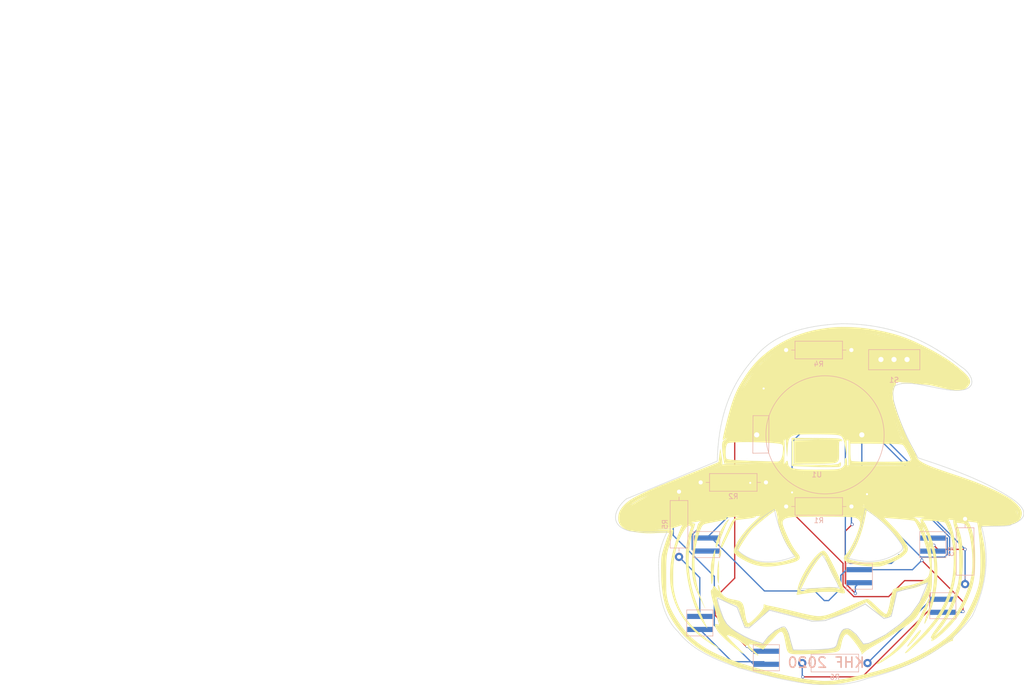
<source format=kicad_pcb>
(kicad_pcb (version 20171130) (host pcbnew "(5.1.6)-1")
  (layers (0 F.Cu signal) (31 B.Cu signal) (34 B.Paste user) (35 F.Paste user) (36 B.SilkS user) (37 F.SilkS user hide) (38 B.Mask user) (39 F.Mask user) (44 Edge.Cuts user))
  (net 0 "")
  (net 1 "Net-(D1-Pad1)")
  (net 2 "Net-(D1-Pad2)")
  (net 3 "Net-(S1-Pad1)")
  (net 4 "Net-(S1-Pad3)")
  (net 5 "Net-(D2-Pad2)")
  (net 6 "Net-(D3-Pad2)")
  (net 7 "Net-(D4-Pad2)")
  (net 8 "Net-(D5-Pad2)")
  (net 9 "Net-(D6-Pad2)")
  (net 10 "Net-(R1-Pad1)")
  (module LOGO (layer F.Cu) (at 0 0)
    (fp_text reference G*** hide)
    (fp_text value LOGO hide)
  )
  (module LOGO (layer F.Cu) (at 0 0)
    (fp_text reference G*** hide)
    (fp_text value LOGO hide)
  )
  (module LOGO (layer F.Cu) (at 163.27 99.04)
    (fp_text reference G*** hide)
    (fp_text value LOGO hide)
  )
  (module KHF_LIB:Micro_Schalter (layer B.Cu) (at 168.58 68.57)
    (fp_text reference S1 (at 2.54 4) (layer B.SilkS) (effects (justify mirror)))
    (fp_text value Micro_Schalter)
    (pad 1 thru_hole circle (at 0 0) (size 2 2) (drill 1) (layers *.Cu *.Mask) (net 3 "Net-(S1-Pad1)"))
    (pad 2 thru_hole circle (at 2.54 0) (size 2 2) (drill 1) (layers *.Cu *.Mask) (net 10 "Net-(R1-Pad1)"))
    (pad 3 thru_hole circle (at 5.08 0) (size 2 2) (drill 1) (layers *.Cu *.Mask) (net 4 "Net-(S1-Pad3)"))
  )
  (module KHF_LIB:BAT_HLD_SW (layer B.Cu) (at 144.41 83.24)
    (fp_text reference U1 (at 11.69 7.75) (layer B.SilkS) (effects (justify mirror)))
    (fp_text value BAT_holder_SW_KHF)
    (pad 1 thru_hole circle (at 0 0) (size 2 2) (drill 1) (layers *.Cu *.Mask) (net 3 "Net-(S1-Pad1)"))
    (pad 2 thru_hole rect (at 20.4516 0) (size 2 2) (drill 1) (layers *.Cu *.Mask) (net 1 "Net-(D1-Pad1)"))
  )
  (module KHF_LIB:SMDLED (layer B.Cu) (at 134.68 103.32 270)
    (fp_text reference D1 hide)
    (fp_text value LED hide)
    (pad 1 smd custom (at 0 0 270) (size 1 5) (layers B.Cu B.Paste B.Mask) (net 1 "Net-(D1-Pad1)") (options (clearance outline) (anchor rect)) (primitives))
    (pad 2 smd custom (at 2.54 0 270) (size 1 5) (layers B.Cu B.Paste B.Mask) (net 2 "Net-(D1-Pad2)") (options (clearance outline) (anchor rect)) (primitives))
  )
  (module KHF_LIB:SMDLED (layer B.Cu) (at 178.67 103.34 270)
    (fp_text reference D2 hide)
    (fp_text value LED hide)
    (pad 2 smd custom (at 2.54 0 270) (size 1 5) (layers B.Cu B.Paste B.Mask) (net 5 "Net-(D2-Pad2)") (options (clearance outline) (anchor rect)) (primitives))
    (pad 1 smd custom (at 0 0 270) (size 1 5) (layers B.Cu B.Paste B.Mask) (net 1 "Net-(D1-Pad1)") (options (clearance outline) (anchor rect)) (primitives))
  )
  (module KHF_LIB:SMDLED (layer B.Cu) (at 164.38 109.49 270)
    (fp_text reference D3 hide)
    (fp_text value LED hide)
    (pad 1 smd custom (at 0 0 270) (size 1 5) (layers B.Cu B.Paste B.Mask) (net 1 "Net-(D1-Pad1)") (options (clearance outline) (anchor rect)) (primitives))
    (pad 2 smd custom (at 2.54 0 270) (size 1 5) (layers B.Cu B.Paste B.Mask) (net 6 "Net-(D3-Pad2)") (options (clearance outline) (anchor rect)) (primitives))
  )
  (module KHF_LIB:SMDLED (layer B.Cu) (at 146.28 127.91 90)
    (fp_text reference D4 hide)
    (fp_text value LED hide)
    (pad 1 smd custom (at 0 0 90) (size 1 5) (layers B.Cu B.Paste B.Mask) (net 1 "Net-(D1-Pad1)") (options (clearance outline) (anchor rect)) (primitives))
    (pad 2 smd custom (at 2.54 0 90) (size 1 5) (layers B.Cu B.Paste B.Mask) (net 7 "Net-(D4-Pad2)") (options (clearance outline) (anchor rect)) (primitives))
  )
  (module KHF_LIB:SMDLED (layer B.Cu) (at 133.34 121.13 90)
    (fp_text reference D5 hide)
    (fp_text value LED hide)
    (pad 2 smd custom (at 2.54 0 90) (size 1 5) (layers B.Cu B.Paste B.Mask) (net 8 "Net-(D5-Pad2)") (options (clearance outline) (anchor rect)) (primitives))
    (pad 1 smd custom (at 0 0 90) (size 1 5) (layers B.Cu B.Paste B.Mask) (net 1 "Net-(D1-Pad1)") (options (clearance outline) (anchor rect)) (primitives))
  )
  (module KHF_LIB:SMDLED (layer B.Cu) (at 180.62 117.79 90)
    (fp_text reference D6 hide)
    (fp_text value LED hide)
    (pad 1 smd custom (at 0 0 90) (size 1 5) (layers B.Cu B.Paste B.Mask) (net 1 "Net-(D1-Pad1)") (options (clearance outline) (anchor rect)) (primitives))
    (pad 2 smd custom (at 2.54 0 90) (size 1 5) (layers B.Cu B.Paste B.Mask) (net 9 "Net-(D6-Pad2)") (options (clearance outline) (anchor rect)) (primitives))
  )
  (module Resistor_THT:R_Axial_DIN0309_L9.0mm_D3.2mm_P12.70mm_Horizontal (layer B.Cu) (at 150.14 97.19)
    (fp_text reference R1 (at 6.35 2.72) (layer B.SilkS) (effects (justify mirror)))
    (fp_text value R)
    (pad 1 thru_hole circle (at 0 0) (size 1.6 1.6) (drill 0.8) (layers *.Cu *.Mask) (net 10 "Net-(R1-Pad1)"))
    (pad 2 thru_hole oval (at 12.7 0) (size 1.6 1.6) (drill 0.8) (layers *.Cu *.Mask) (net 6 "Net-(D3-Pad2)"))
  )
  (module Resistor_THT:R_Axial_DIN0309_L9.0mm_D3.2mm_P12.70mm_Horizontal (layer B.Cu) (at 133.51 92.5)
    (fp_text reference R2 (at 6.35 2.72) (layer B.SilkS) (effects (justify mirror)))
    (fp_text value R)
    (pad 2 thru_hole oval (at 12.7 0) (size 1.6 1.6) (drill 0.8) (layers *.Cu *.Mask) (net 2 "Net-(D1-Pad2)"))
    (pad 1 thru_hole circle (at 0 0) (size 1.6 1.6) (drill 0.8) (layers *.Cu *.Mask) (net 10 "Net-(R1-Pad1)"))
  )
  (module Resistor_THT:R_Axial_DIN0309_L9.0mm_D3.2mm_P12.70mm_Horizontal (layer B.Cu) (at 184.95 99.6 270)
    (fp_text reference R3 (at 6.35 2.72 90) (layer B.SilkS) (effects (justify mirror)))
    (fp_text value R)
    (pad 1 thru_hole circle (at 0 0 270) (size 1.6 1.6) (drill 0.8) (layers *.Cu *.Mask) (net 10 "Net-(R1-Pad1)"))
    (pad 2 thru_hole oval (at 12.7 0 270) (size 1.6 1.6) (drill 0.8) (layers *.Cu *.Mask) (net 5 "Net-(D2-Pad2)"))
  )
  (module Resistor_THT:R_Axial_DIN0309_L9.0mm_D3.2mm_P12.70mm_Horizontal (layer B.Cu) (at 150.13 66.73)
    (fp_text reference R4 (at 6.35 2.72) (layer B.SilkS) (effects (justify mirror)))
    (fp_text value R)
    (pad 2 thru_hole oval (at 12.7 0) (size 1.6 1.6) (drill 0.8) (layers *.Cu *.Mask) (net 7 "Net-(D4-Pad2)"))
    (pad 1 thru_hole circle (at 0 0) (size 1.6 1.6) (drill 0.8) (layers *.Cu *.Mask) (net 10 "Net-(R1-Pad1)"))
  )
  (module Resistor_THT:R_Axial_DIN0309_L9.0mm_D3.2mm_P12.70mm_Horizontal (layer B.Cu) (at 129.3 94.3 270)
    (fp_text reference R5 (at 6.35 2.72 90) (layer B.SilkS) (effects (justify mirror)))
    (fp_text value R)
    (pad 1 thru_hole circle (at 0 0 270) (size 1.6 1.6) (drill 0.8) (layers *.Cu *.Mask) (net 10 "Net-(R1-Pad1)"))
    (pad 2 thru_hole oval (at 12.7 0 270) (size 1.6 1.6) (drill 0.8) (layers *.Cu *.Mask) (net 8 "Net-(D5-Pad2)"))
  )
  (module Resistor_THT:R_Axial_DIN0309_L9.0mm_D3.2mm_P12.70mm_Horizontal (layer B.Cu) (at 153.27 127.67)
    (fp_text reference R6 (at 6.35 2.72) (layer B.SilkS) (effects (justify mirror)))
    (fp_text value R)
    (pad 2 thru_hole oval (at 12.7 0) (size 1.6 1.6) (drill 0.8) (layers *.Cu *.Mask) (net 9 "Net-(D6-Pad2)"))
    (pad 1 thru_hole circle (at 0 0) (size 1.6 1.6) (drill 0.8) (layers *.Cu *.Mask) (net 10 "Net-(R1-Pad1)"))
  )
  (gr_line (start 136.76 115.38) (end 136.85 115.03) (layer Edge.Cuts) (width 0.15))
  (gr_line (start 137.07 116.55) (end 136.76 115.38) (layer Edge.Cuts) (width 0.15))
  (gr_line (start 137.42 117.58) (end 137.07 116.55) (layer Edge.Cuts) (width 0.15))
  (gr_line (start 137.97 119.03) (end 137.42 117.58) (layer Edge.Cuts) (width 0.15))
  (gr_line (start 138.57 120.04) (end 137.97 119.03) (layer Edge.Cuts) (width 0.15))
  (gr_line (start 139.45 120.9) (end 138.57 120.04) (layer Edge.Cuts) (width 0.15))
  (gr_line (start 140.39 121.54) (end 139.45 120.9) (layer Edge.Cuts) (width 0.15))
  (gr_line (start 141.8 122.36) (end 140.39 121.54) (layer Edge.Cuts) (width 0.15))
  (gr_line (start 143.4 123.14) (end 141.8 122.36) (layer Edge.Cuts) (width 0.15))
  (gr_line (start 145.65 123.88) (end 143.4 123.14) (layer Edge.Cuts) (width 0.15))
  (gr_line (start 145.83 123.59) (end 145.65 123.88) (layer Edge.Cuts) (width 0.15))
  (gr_line (start 146.67 122.49) (end 145.83 123.59) (layer Edge.Cuts) (width 0.15))
  (gr_line (start 148.02 121.32) (end 146.67 122.49) (layer Edge.Cuts) (width 0.15))
  (gr_line (start 149.26 120.7) (end 148.02 121.32) (layer Edge.Cuts) (width 0.15))
  (gr_line (start 149.67 120.62) (end 149.26 120.7) (layer Edge.Cuts) (width 0.15))
  (gr_line (start 149.89 120.68) (end 149.67 120.62) (layer Edge.Cuts) (width 0.15))
  (gr_line (start 150.23 121.1) (end 149.89 120.68) (layer Edge.Cuts) (width 0.15))
  (gr_line (start 150.63 121.97) (end 150.23 121.1) (layer Edge.Cuts) (width 0.15))
  (gr_line (start 151.15 123.94) (end 150.63 121.97) (layer Edge.Cuts) (width 0.15))
  (gr_line (start 151.51 125.1) (end 151.15 123.94) (layer Edge.Cuts) (width 0.15))
  (gr_line (start 153.08 125.14) (end 151.51 125.1) (layer Edge.Cuts) (width 0.15))
  (gr_line (start 155.97 125.08) (end 153.08 125.14) (layer Edge.Cuts) (width 0.15))
  (gr_line (start 158.29 124.92) (end 155.97 125.08) (layer Edge.Cuts) (width 0.15))
  (gr_line (start 159.21 124.75) (end 158.29 124.92) (layer Edge.Cuts) (width 0.15))
  (gr_line (start 159.53 124.64) (end 159.21 124.75) (layer Edge.Cuts) (width 0.15))
  (gr_line (start 159.82 124.42) (end 159.53 124.64) (layer Edge.Cuts) (width 0.15))
  (gr_line (start 160 124.09) (end 159.82 124.42) (layer Edge.Cuts) (width 0.15))
  (gr_line (start 160.17 123.42) (end 160 124.09) (layer Edge.Cuts) (width 0.15))
  (gr_line (start 160.57 122.19) (end 160.17 123.42) (layer Edge.Cuts) (width 0.15))
  (gr_line (start 160.97 121.45) (end 160.57 122.19) (layer Edge.Cuts) (width 0.15))
  (gr_line (start 161.31 121.11) (end 160.97 121.45) (layer Edge.Cuts) (width 0.15))
  (gr_line (start 161.73 121) (end 161.31 121.11) (layer Edge.Cuts) (width 0.15))
  (gr_line (start 162.19 120.99) (end 161.73 121) (layer Edge.Cuts) (width 0.15))
  (gr_line (start 162.67 121.2) (end 162.19 120.99) (layer Edge.Cuts) (width 0.15))
  (gr_line (start 163.75 122.08) (end 162.67 121.2) (layer Edge.Cuts) (width 0.15))
  (gr_line (start 165.16 123.95) (end 163.75 122.08) (layer Edge.Cuts) (width 0.15))
  (gr_line (start 166.23 123.82) (end 165.16 123.95) (layer Edge.Cuts) (width 0.15))
  (gr_line (start 169.43 122.19) (end 166.23 123.82) (layer Edge.Cuts) (width 0.15))
  (gr_line (start 172.19 120.18) (end 169.43 122.19) (layer Edge.Cuts) (width 0.15))
  (gr_line (start 174.36 118.24) (end 172.19 120.18) (layer Edge.Cuts) (width 0.15))
  (gr_line (start 176.1 115.79) (end 174.36 118.24) (layer Edge.Cuts) (width 0.15))
  (gr_line (start 177.66 112.05) (end 176.1 115.79) (layer Edge.Cuts) (width 0.15))
  (gr_line (start 171.71 113.82) (end 177.66 112.05) (layer Edge.Cuts) (width 0.15))
  (gr_line (start 170.59 118.55) (end 171.71 113.82) (layer Edge.Cuts) (width 0.15))
  (gr_line (start 169.87 118.82) (end 170.59 118.55) (layer Edge.Cuts) (width 0.15))
  (gr_line (start 169.17 119) (end 169.87 118.82) (layer Edge.Cuts) (width 0.15))
  (gr_line (start 165.53 116.18) (end 169.17 119) (layer Edge.Cuts) (width 0.15))
  (gr_line (start 162.71 117.59) (end 165.53 116.18) (layer Edge.Cuts) (width 0.15))
  (gr_line (start 157.71 119.41) (end 162.71 117.59) (layer Edge.Cuts) (width 0.15))
  (gr_line (start 155.19 119.53) (end 157.71 119.41) (layer Edge.Cuts) (width 0.15))
  (gr_line (start 146.88 117.38) (end 155.19 119.53) (layer Edge.Cuts) (width 0.15))
  (gr_line (start 142.93 120.82) (end 146.88 117.38) (layer Edge.Cuts) (width 0.15))
  (gr_line (start 142.12 120.73) (end 142.93 120.82) (layer Edge.Cuts) (width 0.15))
  (gr_line (start 140.6 116.8) (end 142.12 120.73) (layer Edge.Cuts) (width 0.15))
  (gr_line (start 136.85 115.03) (end 140.6 116.8) (layer Edge.Cuts) (width 0.15))
  (gr_text "KHF 2020" (at 157.92 127.58) (layer B.SilkS) (effects (font (size 2 2) (thickness 0.3)) (justify mirror)))
  (gr_line (start 119.061 95.6996) (end 136.734 88.3495) (layer Edge.Cuts) (width 0.1))
  (gr_line (start 136.734 88.3495) (end 136.787 86.9748) (layer Edge.Cuts) (width 0.1))
  (gr_line (start 136.787 86.9748) (end 136.879 85.6075) (layer Edge.Cuts) (width 0.1))
  (gr_line (start 136.879 85.6075) (end 137.015 84.2487) (layer Edge.Cuts) (width 0.1))
  (gr_line (start 137.015 84.2487) (end 137.199 82.8996) (layer Edge.Cuts) (width 0.1))
  (gr_line (start 137.199 82.8996) (end 137.432 81.5611) (layer Edge.Cuts) (width 0.1))
  (gr_line (start 137.432 81.5611) (end 137.72 80.2344) (layer Edge.Cuts) (width 0.1))
  (gr_line (start 137.72 80.2344) (end 137.885 79.5758) (layer Edge.Cuts) (width 0.1))
  (gr_line (start 137.885 79.5758) (end 138.065 78.9206) (layer Edge.Cuts) (width 0.1))
  (gr_line (start 138.065 78.9206) (end 138.26 78.2688) (layer Edge.Cuts) (width 0.1))
  (gr_line (start 138.26 78.2688) (end 138.47 77.6207) (layer Edge.Cuts) (width 0.1))
  (gr_line (start 138.47 77.6207) (end 138.697 76.9764) (layer Edge.Cuts) (width 0.1))
  (gr_line (start 138.697 76.9764) (end 138.94 76.336) (layer Edge.Cuts) (width 0.1))
  (gr_line (start 138.94 76.336) (end 139.2 75.6996) (layer Edge.Cuts) (width 0.1))
  (gr_line (start 139.2 75.6996) (end 139.478 75.0674) (layer Edge.Cuts) (width 0.1))
  (gr_line (start 139.478 75.0674) (end 139.773 74.4395) (layer Edge.Cuts) (width 0.1))
  (gr_line (start 139.773 74.4395) (end 140.087 73.816) (layer Edge.Cuts) (width 0.1))
  (gr_line (start 140.087 73.816) (end 140.419 73.1972) (layer Edge.Cuts) (width 0.1))
  (gr_line (start 140.419 73.1972) (end 140.77 72.5831) (layer Edge.Cuts) (width 0.1))
  (gr_line (start 140.77 72.5831) (end 141.141 71.9738) (layer Edge.Cuts) (width 0.1))
  (gr_line (start 141.141 71.9738) (end 141.532 71.3695) (layer Edge.Cuts) (width 0.1))
  (gr_line (start 141.532 71.3695) (end 141.943 70.7704) (layer Edge.Cuts) (width 0.1))
  (gr_line (start 141.943 70.7704) (end 142.375 70.1765) (layer Edge.Cuts) (width 0.1))
  (gr_line (start 142.375 70.1765) (end 142.828 69.5881) (layer Edge.Cuts) (width 0.1))
  (gr_line (start 142.828 69.5881) (end 143.303 69.0052) (layer Edge.Cuts) (width 0.1))
  (gr_line (start 143.303 69.0052) (end 143.8 68.428) (layer Edge.Cuts) (width 0.1))
  (gr_line (start 143.8 68.428) (end 144.319 67.8566) (layer Edge.Cuts) (width 0.1))
  (gr_line (start 144.319 67.8566) (end 144.635 67.4934) (layer Edge.Cuts) (width 0.1))
  (gr_line (start 144.635 67.4934) (end 144.965 67.1417) (layer Edge.Cuts) (width 0.1))
  (gr_line (start 144.965 67.1417) (end 145.306 66.8014) (layer Edge.Cuts) (width 0.1))
  (gr_line (start 145.306 66.8014) (end 145.661 66.4723) (layer Edge.Cuts) (width 0.1))
  (gr_line (start 145.661 66.4723) (end 146.028 66.1545) (layer Edge.Cuts) (width 0.1))
  (gr_line (start 146.028 66.1545) (end 146.408 65.8479) (layer Edge.Cuts) (width 0.1))
  (gr_line (start 146.408 65.8479) (end 146.8 65.5523) (layer Edge.Cuts) (width 0.1))
  (gr_line (start 146.8 65.5523) (end 147.206 65.2678) (layer Edge.Cuts) (width 0.1))
  (gr_line (start 147.206 65.2678) (end 147.625 64.9943) (layer Edge.Cuts) (width 0.1))
  (gr_line (start 147.625 64.9943) (end 148.057 64.7317) (layer Edge.Cuts) (width 0.1))
  (gr_line (start 148.057 64.7317) (end 148.502 64.48) (layer Edge.Cuts) (width 0.1))
  (gr_line (start 148.502 64.48) (end 148.96 64.239) (layer Edge.Cuts) (width 0.1))
  (gr_line (start 148.96 64.239) (end 149.431 64.0089) (layer Edge.Cuts) (width 0.1))
  (gr_line (start 149.431 64.0089) (end 149.916 63.7894) (layer Edge.Cuts) (width 0.1))
  (gr_line (start 149.916 63.7894) (end 150.925 63.3821) (layer Edge.Cuts) (width 0.1))
  (gr_line (start 150.925 63.3821) (end 151.989 63.0169) (layer Edge.Cuts) (width 0.1))
  (gr_line (start 151.989 63.0169) (end 153.107 62.6932) (layer Edge.Cuts) (width 0.1))
  (gr_line (start 153.107 62.6932) (end 154.28 62.4105) (layer Edge.Cuts) (width 0.1))
  (gr_line (start 154.28 62.4105) (end 155.508 62.1684) (layer Edge.Cuts) (width 0.1))
  (gr_line (start 155.508 62.1684) (end 156.793 61.9662) (layer Edge.Cuts) (width 0.1))
  (gr_line (start 156.793 61.9662) (end 158.134 61.8037) (layer Edge.Cuts) (width 0.1))
  (gr_line (start 158.134 61.8037) (end 159.532 61.6802) (layer Edge.Cuts) (width 0.1))
  (gr_line (start 159.532 61.6802) (end 160.987 61.5952) (layer Edge.Cuts) (width 0.1))
  (gr_line (start 160.987 61.5952) (end 161.985 61.6126) (layer Edge.Cuts) (width 0.1))
  (gr_line (start 161.985 61.6126) (end 162.96 61.6512) (layer Edge.Cuts) (width 0.1))
  (gr_line (start 162.96 61.6512) (end 163.911 61.7106) (layer Edge.Cuts) (width 0.1))
  (gr_line (start 163.911 61.7106) (end 164.841 61.7902) (layer Edge.Cuts) (width 0.1))
  (gr_line (start 164.841 61.7902) (end 165.748 61.8893) (layer Edge.Cuts) (width 0.1))
  (gr_line (start 165.748 61.8893) (end 166.635 62.0076) (layer Edge.Cuts) (width 0.1))
  (gr_line (start 166.635 62.0076) (end 167.501 62.1443) (layer Edge.Cuts) (width 0.1))
  (gr_line (start 167.501 62.1443) (end 168.348 62.299) (layer Edge.Cuts) (width 0.1))
  (gr_line (start 168.348 62.299) (end 169.174 62.4711) (layer Edge.Cuts) (width 0.1))
  (gr_line (start 169.174 62.4711) (end 169.982 62.66) (layer Edge.Cuts) (width 0.1))
  (gr_line (start 169.982 62.66) (end 170.772 62.8653) (layer Edge.Cuts) (width 0.1))
  (gr_line (start 170.772 62.8653) (end 171.544 63.0862) (layer Edge.Cuts) (width 0.1))
  (gr_line (start 171.544 63.0862) (end 172.299 63.3223) (layer Edge.Cuts) (width 0.1))
  (gr_line (start 172.299 63.3223) (end 173.038 63.5731) (layer Edge.Cuts) (width 0.1))
  (gr_line (start 173.038 63.5731) (end 173.76 63.8378) (layer Edge.Cuts) (width 0.1))
  (gr_line (start 173.76 63.8378) (end 174.468 64.1161) (layer Edge.Cuts) (width 0.1))
  (gr_line (start 174.468 64.1161) (end 175.16 64.4074) (layer Edge.Cuts) (width 0.1))
  (gr_line (start 175.16 64.4074) (end 175.838 64.711) (layer Edge.Cuts) (width 0.1))
  (gr_line (start 175.838 64.711) (end 176.503 65.0265) (layer Edge.Cuts) (width 0.1))
  (gr_line (start 176.503 65.0265) (end 177.154 65.3533) (layer Edge.Cuts) (width 0.1))
  (gr_line (start 177.154 65.3533) (end 178.42 66.0384) (layer Edge.Cuts) (width 0.1))
  (gr_line (start 178.42 66.0384) (end 179.641 66.7619) (layer Edge.Cuts) (width 0.1))
  (gr_line (start 179.641 66.7619) (end 180.82 67.5195) (layer Edge.Cuts) (width 0.1))
  (gr_line (start 180.82 67.5195) (end 181.964 68.3066) (layer Edge.Cuts) (width 0.1))
  (gr_line (start 181.964 68.3066) (end 183.075 69.1188) (layer Edge.Cuts) (width 0.1))
  (gr_line (start 183.075 69.1188) (end 184.16 69.9516) (layer Edge.Cuts) (width 0.1))
  (gr_line (start 184.16 69.9516) (end 184.58 70.2397) (layer Edge.Cuts) (width 0.1))
  (gr_line (start 184.58 70.2397) (end 184.972 70.5661) (layer Edge.Cuts) (width 0.1))
  (gr_line (start 184.972 70.5661) (end 185.328 70.9227) (layer Edge.Cuts) (width 0.1))
  (gr_line (start 185.328 70.9227) (end 185.639 71.3013) (layer Edge.Cuts) (width 0.1))
  (gr_line (start 185.639 71.3013) (end 185.897 71.6938) (layer Edge.Cuts) (width 0.1))
  (gr_line (start 185.897 71.6938) (end 186.095 72.092) (layer Edge.Cuts) (width 0.1))
  (gr_line (start 186.095 72.092) (end 186.168 72.2906) (layer Edge.Cuts) (width 0.1))
  (gr_line (start 186.168 72.2906) (end 186.223 72.4876) (layer Edge.Cuts) (width 0.1))
  (gr_line (start 186.223 72.4876) (end 186.259 72.682) (layer Edge.Cuts) (width 0.1))
  (gr_line (start 186.259 72.682) (end 186.274 72.8726) (layer Edge.Cuts) (width 0.1))
  (gr_line (start 186.274 72.8726) (end 186.268 73.0586) (layer Edge.Cuts) (width 0.1))
  (gr_line (start 186.268 73.0586) (end 186.239 73.2388) (layer Edge.Cuts) (width 0.1))
  (gr_line (start 186.239 73.2388) (end 186.187 73.4122) (layer Edge.Cuts) (width 0.1))
  (gr_line (start 186.187 73.4122) (end 186.11 73.5779) (layer Edge.Cuts) (width 0.1))
  (gr_line (start 186.11 73.5779) (end 186.008 73.7348) (layer Edge.Cuts) (width 0.1))
  (gr_line (start 186.008 73.7348) (end 185.879 73.8818) (layer Edge.Cuts) (width 0.1))
  (gr_line (start 185.879 73.8818) (end 185.723 74.018) (layer Edge.Cuts) (width 0.1))
  (gr_line (start 185.723 74.018) (end 185.538 74.1424) (layer Edge.Cuts) (width 0.1))
  (gr_line (start 185.538 74.1424) (end 185.323 74.2539) (layer Edge.Cuts) (width 0.1))
  (gr_line (start 185.323 74.2539) (end 185.078 74.3514) (layer Edge.Cuts) (width 0.1))
  (gr_line (start 185.078 74.3514) (end 184.801 74.4341) (layer Edge.Cuts) (width 0.1))
  (gr_line (start 184.801 74.4341) (end 184.492 74.5007) (layer Edge.Cuts) (width 0.1))
  (gr_line (start 184.492 74.5007) (end 184.148 74.5504) (layer Edge.Cuts) (width 0.1))
  (gr_line (start 184.148 74.5504) (end 183.77 74.5822) (layer Edge.Cuts) (width 0.1))
  (gr_line (start 183.77 74.5822) (end 183.356 74.5949) (layer Edge.Cuts) (width 0.1))
  (gr_line (start 183.356 74.5949) (end 182.905 74.5875) (layer Edge.Cuts) (width 0.1))
  (gr_line (start 182.905 74.5875) (end 182.165 74.5392) (layer Edge.Cuts) (width 0.1))
  (gr_line (start 182.165 74.5392) (end 181.399 74.4488) (layer Edge.Cuts) (width 0.1))
  (gr_line (start 181.399 74.4488) (end 180.612 74.3255) (layer Edge.Cuts) (width 0.1))
  (gr_line (start 180.612 74.3255) (end 179.809 74.178) (layer Edge.Cuts) (width 0.1))
  (gr_line (start 179.809 74.178) (end 178.185 73.8461) (layer Edge.Cuts) (width 0.1))
  (gr_line (start 178.185 73.8461) (end 176.574 73.5245) (layer Edge.Cuts) (width 0.1))
  (gr_line (start 176.574 73.5245) (end 175.788 73.3898) (layer Edge.Cuts) (width 0.1))
  (gr_line (start 175.788 73.3898) (end 175.024 73.2843) (layer Edge.Cuts) (width 0.1))
  (gr_line (start 175.024 73.2843) (end 174.286 73.2171) (layer Edge.Cuts) (width 0.1))
  (gr_line (start 174.286 73.2171) (end 173.582 73.1968) (layer Edge.Cuts) (width 0.1))
  (gr_line (start 173.582 73.1968) (end 173.245 73.2072) (layer Edge.Cuts) (width 0.1))
  (gr_line (start 173.245 73.2072) (end 172.918 73.2326) (layer Edge.Cuts) (width 0.1))
  (gr_line (start 172.918 73.2326) (end 172.602 73.2743) (layer Edge.Cuts) (width 0.1))
  (gr_line (start 172.602 73.2743) (end 172.299 73.3333) (layer Edge.Cuts) (width 0.1))
  (gr_line (start 172.299 73.3333) (end 172.008 73.4107) (layer Edge.Cuts) (width 0.1))
  (gr_line (start 172.008 73.4107) (end 171.731 73.5077) (layer Edge.Cuts) (width 0.1))
  (gr_line (start 171.731 73.5077) (end 171.468 73.6254) (layer Edge.Cuts) (width 0.1))
  (gr_line (start 171.468 73.6254) (end 171.22 73.7648) (layer Edge.Cuts) (width 0.1))
  (gr_line (start 171.22 73.7648) (end 171.117 73.9606) (layer Edge.Cuts) (width 0.1))
  (gr_line (start 171.117 73.9606) (end 171.037 74.1477) (layer Edge.Cuts) (width 0.1))
  (gr_line (start 171.037 74.1477) (end 170.976 74.3269) (layer Edge.Cuts) (width 0.1))
  (gr_line (start 170.976 74.3269) (end 170.932 74.499) (layer Edge.Cuts) (width 0.1))
  (gr_line (start 170.932 74.499) (end 170.889 74.8258) (layer Edge.Cuts) (width 0.1))
  (gr_line (start 170.889 74.8258) (end 170.89 75.135) (layer Edge.Cuts) (width 0.1))
  (gr_line (start 170.89 75.135) (end 170.917 75.4336) (layer Edge.Cuts) (width 0.1))
  (gr_line (start 170.917 75.4336) (end 170.954 75.7285) (layer Edge.Cuts) (width 0.1))
  (gr_line (start 170.954 75.7285) (end 170.983 76.0266) (layer Edge.Cuts) (width 0.1))
  (gr_line (start 170.983 76.0266) (end 170.985 76.3351) (layer Edge.Cuts) (width 0.1))
  (gr_line (start 170.985 76.3351) (end 171.168 77.0353) (layer Edge.Cuts) (width 0.1))
  (gr_line (start 171.168 77.0353) (end 171.369 77.7373) (layer Edge.Cuts) (width 0.1))
  (gr_line (start 171.369 77.7373) (end 171.587 78.4411) (layer Edge.Cuts) (width 0.1))
  (gr_line (start 171.587 78.4411) (end 171.823 79.1466) (layer Edge.Cuts) (width 0.1))
  (gr_line (start 171.823 79.1466) (end 172.344 80.5626) (layer Edge.Cuts) (width 0.1))
  (gr_line (start 172.344 80.5626) (end 172.929 81.985) (layer Edge.Cuts) (width 0.1))
  (gr_line (start 172.929 81.985) (end 173.574 83.4133) (layer Edge.Cuts) (width 0.1))
  (gr_line (start 173.574 83.4133) (end 174.275 84.8473) (layer Edge.Cuts) (width 0.1))
  (gr_line (start 174.275 84.8473) (end 175.028 86.2866) (layer Edge.Cuts) (width 0.1))
  (gr_line (start 175.028 86.2866) (end 175.831 87.7308) (layer Edge.Cuts) (width 0.1))
  (gr_line (start 175.831 87.7308) (end 178.327 88.5561) (layer Edge.Cuts) (width 0.1))
  (gr_line (start 178.327 88.5561) (end 180.782 89.4098) (layer Edge.Cuts) (width 0.1))
  (gr_line (start 180.782 89.4098) (end 181.99 89.8499) (layer Edge.Cuts) (width 0.1))
  (gr_line (start 181.99 89.8499) (end 183.184 90.3002) (layer Edge.Cuts) (width 0.1))
  (gr_line (start 183.184 90.3002) (end 184.361 90.7618) (layer Edge.Cuts) (width 0.1))
  (gr_line (start 184.361 90.7618) (end 185.521 91.2358) (layer Edge.Cuts) (width 0.1))
  (gr_line (start 185.521 91.2358) (end 186.661 91.7231) (layer Edge.Cuts) (width 0.1))
  (gr_line (start 186.661 91.7231) (end 187.78 92.2249) (layer Edge.Cuts) (width 0.1))
  (gr_line (start 187.78 92.2249) (end 188.877 92.7421) (layer Edge.Cuts) (width 0.1))
  (gr_line (start 188.877 92.7421) (end 189.95 93.2758) (layer Edge.Cuts) (width 0.1))
  (gr_line (start 189.95 93.2758) (end 190.998 93.8271) (layer Edge.Cuts) (width 0.1))
  (gr_line (start 190.998 93.8271) (end 192.019 94.397) (layer Edge.Cuts) (width 0.1))
  (gr_line (start 192.019 94.397) (end 193.011 94.9865) (layer Edge.Cuts) (width 0.1))
  (gr_line (start 193.011 94.9865) (end 193.974 95.5968) (layer Edge.Cuts) (width 0.1))
  (gr_line (start 193.974 95.5968) (end 194.598 96.0442) (layer Edge.Cuts) (width 0.1))
  (gr_line (start 194.598 96.0442) (end 195.121 96.4755) (layer Edge.Cuts) (width 0.1))
  (gr_line (start 195.121 96.4755) (end 195.549 96.8904) (layer Edge.Cuts) (width 0.1))
  (gr_line (start 195.549 96.8904) (end 195.883 97.2886) (layer Edge.Cuts) (width 0.1))
  (gr_line (start 195.883 97.2886) (end 196.017 97.4814) (layer Edge.Cuts) (width 0.1))
  (gr_line (start 196.017 97.4814) (end 196.129 97.67) (layer Edge.Cuts) (width 0.1))
  (gr_line (start 196.129 97.67) (end 196.219 97.8542) (layer Edge.Cuts) (width 0.1))
  (gr_line (start 196.219 97.8542) (end 196.288 98.0341) (layer Edge.Cuts) (width 0.1))
  (gr_line (start 196.288 98.0341) (end 196.337 98.2097) (layer Edge.Cuts) (width 0.1))
  (gr_line (start 196.337 98.2097) (end 196.366 98.3808) (layer Edge.Cuts) (width 0.1))
  (gr_line (start 196.366 98.3808) (end 196.375 98.5476) (layer Edge.Cuts) (width 0.1))
  (gr_line (start 196.375 98.5476) (end 196.365 98.7099) (layer Edge.Cuts) (width 0.1))
  (gr_line (start 196.365 98.7099) (end 196.337 98.8677) (layer Edge.Cuts) (width 0.1))
  (gr_line (start 196.337 98.8677) (end 196.29 99.021) (layer Edge.Cuts) (width 0.1))
  (gr_line (start 196.29 99.021) (end 196.225 99.1697) (layer Edge.Cuts) (width 0.1))
  (gr_line (start 196.225 99.1697) (end 196.143 99.3139) (layer Edge.Cuts) (width 0.1))
  (gr_line (start 196.143 99.3139) (end 196.045 99.4535) (layer Edge.Cuts) (width 0.1))
  (gr_line (start 196.045 99.4535) (end 195.929 99.5884) (layer Edge.Cuts) (width 0.1))
  (gr_line (start 195.929 99.5884) (end 195.652 99.8442) (layer Edge.Cuts) (width 0.1))
  (gr_line (start 195.652 99.8442) (end 195.313 100.081) (layer Edge.Cuts) (width 0.1))
  (gr_line (start 195.313 100.081) (end 194.919 100.2985) (layer Edge.Cuts) (width 0.1))
  (gr_line (start 194.919 100.2985) (end 194.471 100.4966) (layer Edge.Cuts) (width 0.1))
  (gr_line (start 194.471 100.4966) (end 193.974 100.675) (layer Edge.Cuts) (width 0.1))
  (gr_line (start 193.974 100.675) (end 193.945 100.7195) (layer Edge.Cuts) (width 0.1))
  (gr_line (start 193.945 100.7195) (end 193.897 100.7602) (layer Edge.Cuts) (width 0.1))
  (gr_line (start 193.897 100.7602) (end 193.746 100.8309) (layer Edge.Cuts) (width 0.1))
  (gr_line (start 193.746 100.8309) (end 193.531 100.8885) (layer Edge.Cuts) (width 0.1))
  (gr_line (start 193.531 100.8885) (end 193.257 100.9342) (layer Edge.Cuts) (width 0.1))
  (gr_line (start 193.257 100.9342) (end 192.564 100.9956) (layer Edge.Cuts) (width 0.1))
  (gr_line (start 192.564 100.9956) (end 191.727 101.0259) (layer Edge.Cuts) (width 0.1))
  (gr_line (start 191.727 101.0259) (end 189.862 101.0364) (layer Edge.Cuts) (width 0.1))
  (gr_line (start 189.862 101.0364) (end 188.952 101.0383) (layer Edge.Cuts) (width 0.1))
  (gr_line (start 188.952 101.0383) (end 188.138 101.0523) (layer Edge.Cuts) (width 0.1))
  (gr_line (start 188.138 101.0523) (end 188.426 102.1283) (layer Edge.Cuts) (width 0.1))
  (gr_line (start 188.426 102.1283) (end 188.661 103.2058) (layer Edge.Cuts) (width 0.1))
  (gr_line (start 188.661 103.2058) (end 188.841 104.285) (layer Edge.Cuts) (width 0.1))
  (gr_line (start 188.841 104.285) (end 188.968 105.3656) (layer Edge.Cuts) (width 0.1))
  (gr_line (start 188.968 105.3656) (end 189.04 106.448) (layer Edge.Cuts) (width 0.1))
  (gr_line (start 189.04 106.448) (end 189.06 107.532) (layer Edge.Cuts) (width 0.1))
  (gr_line (start 189.06 107.532) (end 189.026 108.617) (layer Edge.Cuts) (width 0.1))
  (gr_line (start 189.026 108.617) (end 188.94 109.704) (layer Edge.Cuts) (width 0.1))
  (gr_line (start 188.94 109.704) (end 188.801 110.792) (layer Edge.Cuts) (width 0.1))
  (gr_line (start 188.801 110.792) (end 188.61 111.881) (layer Edge.Cuts) (width 0.1))
  (gr_line (start 188.61 111.881) (end 188.367 112.973) (layer Edge.Cuts) (width 0.1))
  (gr_line (start 188.367 112.973) (end 188.072 114.065) (layer Edge.Cuts) (width 0.1))
  (gr_line (start 188.072 114.065) (end 187.726 115.16) (layer Edge.Cuts) (width 0.1))
  (gr_line (start 187.726 115.16) (end 187.329 116.255) (layer Edge.Cuts) (width 0.1))
  (gr_line (start 187.329 116.255) (end 186.881 117.352) (layer Edge.Cuts) (width 0.1))
  (gr_line (start 186.881 117.352) (end 186.382 118.451) (layer Edge.Cuts) (width 0.1))
  (gr_line (start 186.382 118.451) (end 185.986 119.004) (layer Edge.Cuts) (width 0.1))
  (gr_line (start 185.986 119.004) (end 185.574 119.544) (layer Edge.Cuts) (width 0.1))
  (gr_line (start 185.574 119.544) (end 185.147 120.071) (layer Edge.Cuts) (width 0.1))
  (gr_line (start 185.147 120.071) (end 184.704 120.587) (layer Edge.Cuts) (width 0.1))
  (gr_line (start 184.704 120.587) (end 184.246 121.089) (layer Edge.Cuts) (width 0.1))
  (gr_line (start 184.246 121.089) (end 183.772 121.58) (layer Edge.Cuts) (width 0.1))
  (gr_line (start 183.772 121.58) (end 183.283 122.059) (layer Edge.Cuts) (width 0.1))
  (gr_line (start 183.283 122.059) (end 182.778 122.526) (layer Edge.Cuts) (width 0.1))
  (gr_line (start 182.778 122.526) (end 182.258 122.982) (layer Edge.Cuts) (width 0.1))
  (gr_line (start 182.258 122.982) (end 181.722 123.426) (layer Edge.Cuts) (width 0.1))
  (gr_line (start 181.722 123.426) (end 181.171 123.859) (layer Edge.Cuts) (width 0.1))
  (gr_line (start 181.171 123.859) (end 180.604 124.281) (layer Edge.Cuts) (width 0.1))
  (gr_line (start 180.604 124.281) (end 180.021 124.692) (layer Edge.Cuts) (width 0.1))
  (gr_line (start 180.021 124.692) (end 179.423 125.092) (layer Edge.Cuts) (width 0.1))
  (gr_line (start 179.423 125.092) (end 178.81 125.482) (layer Edge.Cuts) (width 0.1))
  (gr_line (start 178.81 125.482) (end 178.181 125.861) (layer Edge.Cuts) (width 0.1))
  (gr_line (start 178.181 125.861) (end 177.536 126.23) (layer Edge.Cuts) (width 0.1))
  (gr_line (start 177.536 126.23) (end 176.876 126.589) (layer Edge.Cuts) (width 0.1))
  (gr_line (start 176.876 126.589) (end 176.2 126.938) (layer Edge.Cuts) (width 0.1))
  (gr_line (start 176.2 126.938) (end 175.509 127.277) (layer Edge.Cuts) (width 0.1))
  (gr_line (start 175.509 127.277) (end 174.802 127.607) (layer Edge.Cuts) (width 0.1))
  (gr_line (start 174.802 127.607) (end 174.08 127.927) (layer Edge.Cuts) (width 0.1))
  (gr_line (start 174.08 127.927) (end 172.588 128.54) (layer Edge.Cuts) (width 0.1))
  (gr_line (start 172.588 128.54) (end 171.035 129.117) (layer Edge.Cuts) (width 0.1))
  (gr_line (start 171.035 129.117) (end 169.419 129.66) (layer Edge.Cuts) (width 0.1))
  (gr_line (start 169.419 129.66) (end 167.741 130.17) (layer Edge.Cuts) (width 0.1))
  (gr_line (start 167.741 130.17) (end 166 130.648) (layer Edge.Cuts) (width 0.1))
  (gr_line (start 166 130.648) (end 165.344 130.875) (layer Edge.Cuts) (width 0.1))
  (gr_line (start 165.344 130.875) (end 164.685 131.077) (layer Edge.Cuts) (width 0.1))
  (gr_line (start 164.685 131.077) (end 164.025 131.256) (layer Edge.Cuts) (width 0.1))
  (gr_line (start 164.025 131.256) (end 163.362 131.412) (layer Edge.Cuts) (width 0.1))
  (gr_line (start 163.362 131.412) (end 162.697 131.546) (layer Edge.Cuts) (width 0.1))
  (gr_line (start 162.697 131.546) (end 162.03 131.658) (layer Edge.Cuts) (width 0.1))
  (gr_line (start 162.03 131.658) (end 161.361 131.75) (layer Edge.Cuts) (width 0.1))
  (gr_line (start 161.361 131.75) (end 160.691 131.822) (layer Edge.Cuts) (width 0.1))
  (gr_line (start 160.691 131.822) (end 160.018 131.875) (layer Edge.Cuts) (width 0.1))
  (gr_line (start 160.018 131.875) (end 159.345 131.91) (layer Edge.Cuts) (width 0.1))
  (gr_line (start 159.345 131.91) (end 158.67 131.927) (layer Edge.Cuts) (width 0.1))
  (gr_line (start 158.67 131.927) (end 157.994 131.927) (layer Edge.Cuts) (width 0.1))
  (gr_line (start 157.994 131.927) (end 157.316 131.911) (layer Edge.Cuts) (width 0.1))
  (gr_line (start 157.316 131.911) (end 156.638 131.88) (layer Edge.Cuts) (width 0.1))
  (gr_line (start 156.638 131.88) (end 155.278 131.776) (layer Edge.Cuts) (width 0.1))
  (gr_line (start 155.278 131.776) (end 153.915 131.619) (layer Edge.Cuts) (width 0.1))
  (gr_line (start 153.915 131.619) (end 152.551 131.418) (layer Edge.Cuts) (width 0.1))
  (gr_line (start 152.551 131.418) (end 151.185 131.177) (layer Edge.Cuts) (width 0.1))
  (gr_line (start 151.185 131.177) (end 149.818 130.903) (layer Edge.Cuts) (width 0.1))
  (gr_line (start 149.818 130.903) (end 148.453 130.602) (layer Edge.Cuts) (width 0.1))
  (gr_line (start 148.453 130.602) (end 147.088 130.28) (layer Edge.Cuts) (width 0.1))
  (gr_line (start 147.088 130.28) (end 144.367 129.598) (layer Edge.Cuts) (width 0.1))
  (gr_line (start 144.367 129.598) (end 142.651 129.112) (layer Edge.Cuts) (width 0.1))
  (gr_line (start 142.651 129.112) (end 141.069 128.623) (layer Edge.Cuts) (width 0.1))
  (gr_line (start 141.069 128.623) (end 139.613 128.132) (layer Edge.Cuts) (width 0.1))
  (gr_line (start 139.613 128.132) (end 138.277 127.639) (layer Edge.Cuts) (width 0.1))
  (gr_line (start 138.277 127.639) (end 137.054 127.145) (layer Edge.Cuts) (width 0.1))
  (gr_line (start 137.054 127.145) (end 135.938 126.648) (layer Edge.Cuts) (width 0.1))
  (gr_line (start 135.938 126.648) (end 134.921 126.149) (layer Edge.Cuts) (width 0.1))
  (gr_line (start 134.921 126.149) (end 133.996 125.649) (layer Edge.Cuts) (width 0.1))
  (gr_line (start 133.996 125.649) (end 133.158 125.148) (layer Edge.Cuts) (width 0.1))
  (gr_line (start 133.158 125.148) (end 132.4 124.645) (layer Edge.Cuts) (width 0.1))
  (gr_line (start 132.4 124.645) (end 131.714 124.141) (layer Edge.Cuts) (width 0.1))
  (gr_line (start 131.714 124.141) (end 131.095 123.636) (layer Edge.Cuts) (width 0.1))
  (gr_line (start 131.095 123.636) (end 130.534 123.129) (layer Edge.Cuts) (width 0.1))
  (gr_line (start 130.534 123.129) (end 130.027 122.622) (layer Edge.Cuts) (width 0.1))
  (gr_line (start 130.027 122.622) (end 129.565 122.114) (layer Edge.Cuts) (width 0.1))
  (gr_line (start 129.565 122.114) (end 129.142 121.605) (layer Edge.Cuts) (width 0.1))
  (gr_line (start 129.142 121.605) (end 128.686 121.138) (layer Edge.Cuts) (width 0.1))
  (gr_line (start 128.686 121.138) (end 128.258 120.635) (layer Edge.Cuts) (width 0.1))
  (gr_line (start 128.258 120.635) (end 127.858 120.096) (layer Edge.Cuts) (width 0.1))
  (gr_line (start 127.858 120.096) (end 127.487 119.522) (layer Edge.Cuts) (width 0.1))
  (gr_line (start 127.487 119.522) (end 127.145 118.911) (layer Edge.Cuts) (width 0.1))
  (gr_line (start 127.145 118.911) (end 126.832 118.264) (layer Edge.Cuts) (width 0.1))
  (gr_line (start 126.832 118.264) (end 126.549 117.581) (layer Edge.Cuts) (width 0.1))
  (gr_line (start 126.549 117.581) (end 126.295 116.859) (layer Edge.Cuts) (width 0.1))
  (gr_line (start 126.295 116.859) (end 126.071 116.101) (layer Edge.Cuts) (width 0.1))
  (gr_line (start 126.071 116.101) (end 125.878 115.305) (layer Edge.Cuts) (width 0.1))
  (gr_line (start 125.878 115.305) (end 125.715 114.47) (layer Edge.Cuts) (width 0.1))
  (gr_line (start 125.715 114.47) (end 125.583 113.597) (layer Edge.Cuts) (width 0.1))
  (gr_line (start 125.583 113.597) (end 125.482 112.685) (layer Edge.Cuts) (width 0.1))
  (gr_line (start 125.482 112.685) (end 125.412 111.734) (layer Edge.Cuts) (width 0.1))
  (gr_line (start 125.412 111.734) (end 125.374 110.744) (layer Edge.Cuts) (width 0.1))
  (gr_line (start 125.374 110.744) (end 125.367 109.714) (layer Edge.Cuts) (width 0.1))
  (gr_line (start 125.367 109.714) (end 125.326 109.128) (layer Edge.Cuts) (width 0.1))
  (gr_line (start 125.326 109.128) (end 125.312 108.559) (layer Edge.Cuts) (width 0.1))
  (gr_line (start 125.312 108.559) (end 125.324 108.007) (layer Edge.Cuts) (width 0.1))
  (gr_line (start 125.324 108.007) (end 125.36 107.471) (layer Edge.Cuts) (width 0.1))
  (gr_line (start 125.36 107.471) (end 125.417 106.95) (layer Edge.Cuts) (width 0.1))
  (gr_line (start 125.417 106.95) (end 125.495 106.444) (layer Edge.Cuts) (width 0.1))
  (gr_line (start 125.495 106.444) (end 125.591 105.9521) (layer Edge.Cuts) (width 0.1))
  (gr_line (start 125.591 105.9521) (end 125.704 105.4743) (layer Edge.Cuts) (width 0.1))
  (gr_line (start 125.704 105.4743) (end 125.832 105.0097) (layer Edge.Cuts) (width 0.1))
  (gr_line (start 125.832 105.0097) (end 125.973 104.5579) (layer Edge.Cuts) (width 0.1))
  (gr_line (start 125.973 104.5579) (end 126.285 103.6904) (layer Edge.Cuts) (width 0.1))
  (gr_line (start 126.285 103.6904) (end 126.628 102.8673) (layer Edge.Cuts) (width 0.1))
  (gr_line (start 126.628 102.8673) (end 126.986 102.0844) (layer Edge.Cuts) (width 0.1))
  (gr_line (start 126.986 102.0844) (end 125.1 102.1491) (layer Edge.Cuts) (width 0.1))
  (gr_line (start 125.1 102.1491) (end 124.174 102.1675) (layer Edge.Cuts) (width 0.1))
  (gr_line (start 124.174 102.1675) (end 123.259 102.1718) (layer Edge.Cuts) (width 0.1))
  (gr_line (start 123.259 102.1718) (end 122.357 102.1583) (layer Edge.Cuts) (width 0.1))
  (gr_line (start 122.357 102.1583) (end 121.467 102.1234) (layer Edge.Cuts) (width 0.1))
  (gr_line (start 121.467 102.1234) (end 120.589 102.0634) (layer Edge.Cuts) (width 0.1))
  (gr_line (start 120.589 102.0634) (end 119.723 101.9746) (layer Edge.Cuts) (width 0.1))
  (gr_line (start 119.723 101.9746) (end 119.358 101.8737) (layer Edge.Cuts) (width 0.1))
  (gr_line (start 119.358 101.8737) (end 119.021 101.7604) (layer Edge.Cuts) (width 0.1))
  (gr_line (start 119.021 101.7604) (end 118.713 101.6354) (layer Edge.Cuts) (width 0.1))
  (gr_line (start 118.713 101.6354) (end 118.431 101.4993) (layer Edge.Cuts) (width 0.1))
  (gr_line (start 118.431 101.4993) (end 118.176 101.3528) (layer Edge.Cuts) (width 0.1))
  (gr_line (start 118.176 101.3528) (end 117.946 101.1964) (layer Edge.Cuts) (width 0.1))
  (gr_line (start 117.946 101.1964) (end 117.742 101.0307) (layer Edge.Cuts) (width 0.1))
  (gr_line (start 117.742 101.0307) (end 117.563 100.8565) (layer Edge.Cuts) (width 0.1))
  (gr_line (start 117.563 100.8565) (end 117.407 100.6743) (layer Edge.Cuts) (width 0.1))
  (gr_line (start 117.407 100.6743) (end 117.276 100.4847) (layer Edge.Cuts) (width 0.1))
  (gr_line (start 117.276 100.4847) (end 117.166 100.2883) (layer Edge.Cuts) (width 0.1))
  (gr_line (start 117.166 100.2883) (end 117.08 100.0858) (layer Edge.Cuts) (width 0.1))
  (gr_line (start 117.08 100.0858) (end 117.014 99.8778) (layer Edge.Cuts) (width 0.1))
  (gr_line (start 117.014 99.8778) (end 116.97 99.6649) (layer Edge.Cuts) (width 0.1))
  (gr_line (start 116.97 99.6649) (end 116.946 99.4477) (layer Edge.Cuts) (width 0.1))
  (gr_line (start 116.946 99.4477) (end 116.942 99.2268) (layer Edge.Cuts) (width 0.1))
  (gr_line (start 116.942 99.2268) (end 116.957 99.0029) (layer Edge.Cuts) (width 0.1))
  (gr_line (start 116.957 99.0029) (end 116.991 98.7765) (layer Edge.Cuts) (width 0.1))
  (gr_line (start 116.991 98.7765) (end 117.042 98.5484) (layer Edge.Cuts) (width 0.1))
  (gr_line (start 117.042 98.5484) (end 117.111 98.3191) (layer Edge.Cuts) (width 0.1))
  (gr_line (start 117.111 98.3191) (end 117.196 98.0892) (layer Edge.Cuts) (width 0.1))
  (gr_line (start 117.196 98.0892) (end 117.298 97.8593) (layer Edge.Cuts) (width 0.1))
  (gr_line (start 117.298 97.8593) (end 117.546 97.4022) (layer Edge.Cuts) (width 0.1))
  (gr_line (start 117.546 97.4022) (end 117.852 96.9528) (layer Edge.Cuts) (width 0.1))
  (gr_line (start 117.852 96.9528) (end 118.21 96.5159) (layer Edge.Cuts) (width 0.1))
  (gr_line (start 118.21 96.5159) (end 118.614 96.0965) (layer Edge.Cuts) (width 0.1))
  (gr_line (start 118.614 96.0965) (end 119.061 95.6996) (layer Edge.Cuts) (width 0.1))
  (gr_line (start 119.061 95.6996) (end 119.061 95.6996) (layer Edge.Cuts) (width 0.1))
  (gr_line (start 119.061 95.6996) (end 119.061 95.6996) (layer Edge.Cuts) (width 0.1))
  (gr_line (start 140.512 105.4901) (end 140.831 104.8052) (layer Edge.Cuts) (width 0.1))
  (gr_line (start 140.831 104.8052) (end 141.174 104.155) (layer Edge.Cuts) (width 0.1))
  (gr_line (start 141.174 104.155) (end 141.539 103.5376) (layer Edge.Cuts) (width 0.1))
  (gr_line (start 141.539 103.5376) (end 141.926 102.9516) (layer Edge.Cuts) (width 0.1))
  (gr_line (start 141.926 102.9516) (end 142.334 102.3952) (layer Edge.Cuts) (width 0.1))
  (gr_line (start 142.334 102.3952) (end 142.761 101.8668) (layer Edge.Cuts) (width 0.1))
  (gr_line (start 142.761 101.8668) (end 143.207 101.3647) (layer Edge.Cuts) (width 0.1))
  (gr_line (start 143.207 101.3647) (end 143.669 100.8873) (layer Edge.Cuts) (width 0.1))
  (gr_line (start 143.669 100.8873) (end 144.148 100.4328) (layer Edge.Cuts) (width 0.1))
  (gr_line (start 144.148 100.4328) (end 144.641 99.9997) (layer Edge.Cuts) (width 0.1))
  (gr_line (start 144.641 99.9997) (end 145.148 99.5863) (layer Edge.Cuts) (width 0.1))
  (gr_line (start 145.148 99.5863) (end 145.667 99.191) (layer Edge.Cuts) (width 0.1))
  (gr_line (start 145.667 99.191) (end 146.198 98.812) (layer Edge.Cuts) (width 0.1))
  (gr_line (start 146.198 98.812) (end 146.738 98.4477) (layer Edge.Cuts) (width 0.1))
  (gr_line (start 146.738 98.4477) (end 147.846 97.7566) (layer Edge.Cuts) (width 0.1))
  (gr_line (start 147.846 97.7566) (end 148.146 99.0626) (layer Edge.Cuts) (width 0.1))
  (gr_line (start 148.146 99.0626) (end 148.313 99.6963) (layer Edge.Cuts) (width 0.1))
  (gr_line (start 148.313 99.6963) (end 148.493 100.3175) (layer Edge.Cuts) (width 0.1))
  (gr_line (start 148.493 100.3175) (end 148.685 100.9264) (layer Edge.Cuts) (width 0.1))
  (gr_line (start 148.685 100.9264) (end 148.89 101.5234) (layer Edge.Cuts) (width 0.1))
  (gr_line (start 148.89 101.5234) (end 149.108 102.1085) (layer Edge.Cuts) (width 0.1))
  (gr_line (start 149.108 102.1085) (end 149.341 102.6822) (layer Edge.Cuts) (width 0.1))
  (gr_line (start 149.341 102.6822) (end 149.589 103.2446) (layer Edge.Cuts) (width 0.1))
  (gr_line (start 149.589 103.2446) (end 149.852 103.7961) (layer Edge.Cuts) (width 0.1))
  (gr_line (start 149.852 103.7961) (end 150.132 104.3368) (layer Edge.Cuts) (width 0.1))
  (gr_line (start 150.132 104.3368) (end 150.427 104.8671) (layer Edge.Cuts) (width 0.1))
  (gr_line (start 150.427 104.8671) (end 150.739 105.3871) (layer Edge.Cuts) (width 0.1))
  (gr_line (start 150.739 105.3871) (end 151.069 105.8972) (layer Edge.Cuts) (width 0.1))
  (gr_line (start 151.069 105.8972) (end 151.417 106.398) (layer Edge.Cuts) (width 0.1))
  (gr_line (start 151.417 106.398) (end 151.784 106.888) (layer Edge.Cuts) (width 0.1))
  (gr_line (start 151.784 106.888) (end 151.267 107.084) (layer Edge.Cuts) (width 0.1))
  (gr_line (start 151.267 107.084) (end 150.701 107.278) (layer Edge.Cuts) (width 0.1))
  (gr_line (start 150.701 107.278) (end 150.091 107.463) (layer Edge.Cuts) (width 0.1))
  (gr_line (start 150.091 107.463) (end 149.442 107.631) (layer Edge.Cuts) (width 0.1))
  (gr_line (start 149.442 107.631) (end 148.76 107.774) (layer Edge.Cuts) (width 0.1))
  (gr_line (start 148.76 107.774) (end 148.049 107.885) (layer Edge.Cuts) (width 0.1))
  (gr_line (start 148.049 107.885) (end 147.315 107.955) (layer Edge.Cuts) (width 0.1))
  (gr_line (start 147.315 107.955) (end 146.563 107.977) (layer Edge.Cuts) (width 0.1))
  (gr_line (start 146.563 107.977) (end 146.182 107.968) (layer Edge.Cuts) (width 0.1))
  (gr_line (start 146.182 107.968) (end 145.798 107.943) (layer Edge.Cuts) (width 0.1))
  (gr_line (start 145.798 107.943) (end 145.412 107.903) (layer Edge.Cuts) (width 0.1))
  (gr_line (start 145.412 107.903) (end 145.025 107.846) (layer Edge.Cuts) (width 0.1))
  (gr_line (start 145.025 107.846) (end 144.637 107.771) (layer Edge.Cuts) (width 0.1))
  (gr_line (start 144.637 107.771) (end 144.249 107.677) (layer Edge.Cuts) (width 0.1))
  (gr_line (start 144.249 107.677) (end 143.862 107.563) (layer Edge.Cuts) (width 0.1))
  (gr_line (start 143.862 107.563) (end 143.476 107.429) (layer Edge.Cuts) (width 0.1))
  (gr_line (start 143.476 107.429) (end 143.092 107.273) (layer Edge.Cuts) (width 0.1))
  (gr_line (start 143.092 107.273) (end 142.711 107.094) (layer Edge.Cuts) (width 0.1))
  (gr_line (start 142.711 107.094) (end 142.332 106.892) (layer Edge.Cuts) (width 0.1))
  (gr_line (start 142.332 106.892) (end 141.958 106.665) (layer Edge.Cuts) (width 0.1))
  (gr_line (start 141.958 106.665) (end 141.588 106.412) (layer Edge.Cuts) (width 0.1))
  (gr_line (start 141.588 106.412) (end 141.223 106.132) (layer Edge.Cuts) (width 0.1))
  (gr_line (start 141.223 106.132) (end 140.864 105.8256) (layer Edge.Cuts) (width 0.1))
  (gr_line (start 140.864 105.8256) (end 140.512 105.4901) (layer Edge.Cuts) (width 0.1))
  (gr_line (start 140.512 105.4901) (end 140.512 105.4901) (layer Edge.Cuts) (width 0.1))
  (gr_line (start 140.512 105.4901) (end 140.512 105.4901) (layer Edge.Cuts) (width 0.1))
  (gr_line (start 162.057 107.202) (end 162.692 106.0955) (layer Edge.Cuts) (width 0.1))
  (gr_line (start 162.692 106.0955) (end 163.277 104.967) (layer Edge.Cuts) (width 0.1))
  (gr_line (start 163.277 104.967) (end 163.55 104.3939) (layer Edge.Cuts) (width 0.1))
  (gr_line (start 163.55 104.3939) (end 163.809 103.8146) (layer Edge.Cuts) (width 0.1))
  (gr_line (start 163.809 103.8146) (end 164.053 103.2286) (layer Edge.Cuts) (width 0.1))
  (gr_line (start 164.053 103.2286) (end 164.282 102.6359) (layer Edge.Cuts) (width 0.1))
  (gr_line (start 164.282 102.6359) (end 164.495 102.036) (layer Edge.Cuts) (width 0.1))
  (gr_line (start 164.495 102.036) (end 164.691 101.4287) (layer Edge.Cuts) (width 0.1))
  (gr_line (start 164.691 101.4287) (end 164.87 100.8138) (layer Edge.Cuts) (width 0.1))
  (gr_line (start 164.87 100.8138) (end 165.03 100.1909) (layer Edge.Cuts) (width 0.1))
  (gr_line (start 165.03 100.1909) (end 165.173 99.5597) (layer Edge.Cuts) (width 0.1))
  (gr_line (start 165.173 99.5597) (end 165.296 98.92) (layer Edge.Cuts) (width 0.1))
  (gr_line (start 165.296 98.92) (end 165.399 98.2715) (layer Edge.Cuts) (width 0.1))
  (gr_line (start 165.399 98.2715) (end 165.482 97.6139) (layer Edge.Cuts) (width 0.1))
  (gr_line (start 165.482 97.6139) (end 166.528 98.3375) (layer Edge.Cuts) (width 0.1))
  (gr_line (start 166.528 98.3375) (end 167.534 99.1003) (layer Edge.Cuts) (width 0.1))
  (gr_line (start 167.534 99.1003) (end 168.022 99.4972) (layer Edge.Cuts) (width 0.1))
  (gr_line (start 168.022 99.4972) (end 168.499 99.9048) (layer Edge.Cuts) (width 0.1))
  (gr_line (start 168.499 99.9048) (end 168.965 100.3234) (layer Edge.Cuts) (width 0.1))
  (gr_line (start 168.965 100.3234) (end 169.42 100.7533) (layer Edge.Cuts) (width 0.1))
  (gr_line (start 169.42 100.7533) (end 169.863 101.1948) (layer Edge.Cuts) (width 0.1))
  (gr_line (start 169.863 101.1948) (end 170.294 101.6482) (layer Edge.Cuts) (width 0.1))
  (gr_line (start 170.294 101.6482) (end 170.713 102.1137) (layer Edge.Cuts) (width 0.1))
  (gr_line (start 170.713 102.1137) (end 171.12 102.5916) (layer Edge.Cuts) (width 0.1))
  (gr_line (start 171.12 102.5916) (end 171.514 103.0824) (layer Edge.Cuts) (width 0.1))
  (gr_line (start 171.514 103.0824) (end 171.895 103.5862) (layer Edge.Cuts) (width 0.1))
  (gr_line (start 171.895 103.5862) (end 172.262 104.1033) (layer Edge.Cuts) (width 0.1))
  (gr_line (start 172.262 104.1033) (end 172.616 104.634) (layer Edge.Cuts) (width 0.1))
  (gr_line (start 172.616 104.634) (end 172.722 104.8239) (layer Edge.Cuts) (width 0.1))
  (gr_line (start 172.722 104.8239) (end 172.784 104.9975) (layer Edge.Cuts) (width 0.1))
  (gr_line (start 172.784 104.9975) (end 172.808 105.1568) (layer Edge.Cuts) (width 0.1))
  (gr_line (start 172.808 105.1568) (end 172.799 105.3036) (layer Edge.Cuts) (width 0.1))
  (gr_line (start 172.799 105.3036) (end 172.761 105.4398) (layer Edge.Cuts) (width 0.1))
  (gr_line (start 172.761 105.4398) (end 172.701 105.5674) (layer Edge.Cuts) (width 0.1))
  (gr_line (start 172.701 105.5674) (end 172.622 105.6881) (layer Edge.Cuts) (width 0.1))
  (gr_line (start 172.622 105.6881) (end 172.53 105.804) (layer Edge.Cuts) (width 0.1))
  (gr_line (start 172.53 105.804) (end 172.113 106.0871) (layer Edge.Cuts) (width 0.1))
  (gr_line (start 172.113 106.0871) (end 171.699 106.345) (layer Edge.Cuts) (width 0.1))
  (gr_line (start 171.699 106.345) (end 171.289 106.58) (layer Edge.Cuts) (width 0.1))
  (gr_line (start 171.289 106.58) (end 170.883 106.791) (layer Edge.Cuts) (width 0.1))
  (gr_line (start 170.883 106.791) (end 170.481 106.981) (layer Edge.Cuts) (width 0.1))
  (gr_line (start 170.481 106.981) (end 170.083 107.149) (layer Edge.Cuts) (width 0.1))
  (gr_line (start 170.083 107.149) (end 169.69 107.297) (layer Edge.Cuts) (width 0.1))
  (gr_line (start 169.69 107.297) (end 169.302 107.427) (layer Edge.Cuts) (width 0.1))
  (gr_line (start 169.302 107.427) (end 168.919 107.538) (layer Edge.Cuts) (width 0.1))
  (gr_line (start 168.919 107.538) (end 168.542 107.631) (layer Edge.Cuts) (width 0.1))
  (gr_line (start 168.542 107.631) (end 167.803 107.77) (layer Edge.Cuts) (width 0.1))
  (gr_line (start 167.803 107.77) (end 167.089 107.851) (layer Edge.Cuts) (width 0.1))
  (gr_line (start 167.089 107.851) (end 166.401 107.882) (layer Edge.Cuts) (width 0.1))
  (gr_line (start 166.401 107.882) (end 165.74 107.869) (layer Edge.Cuts) (width 0.1))
  (gr_line (start 165.74 107.869) (end 165.11 107.821) (layer Edge.Cuts) (width 0.1))
  (gr_line (start 165.11 107.821) (end 164.511 107.745) (layer Edge.Cuts) (width 0.1))
  (gr_line (start 164.511 107.745) (end 163.945 107.648) (layer Edge.Cuts) (width 0.1))
  (gr_line (start 163.945 107.648) (end 163.416 107.538) (layer Edge.Cuts) (width 0.1))
  (gr_line (start 163.416 107.538) (end 162.923 107.422) (layer Edge.Cuts) (width 0.1))
  (gr_line (start 162.923 107.422) (end 162.057 107.202) (layer Edge.Cuts) (width 0.1))
  (gr_line (start 162.057 107.202) (end 162.057 107.202) (layer Edge.Cuts) (width 0.1))
  (gr_line (start 162.057 107.202) (end 162.057 107.202) (layer Edge.Cuts) (width 0.1))
  (gr_line (start 152.612 113.252) (end 153.132 112.148) (layer Edge.Cuts) (width 0.1))
  (gr_line (start 153.132 112.148) (end 153.66 111.115) (layer Edge.Cuts) (width 0.1))
  (gr_line (start 153.66 111.115) (end 154.195 110.151) (layer Edge.Cuts) (width 0.1))
  (gr_line (start 154.195 110.151) (end 154.738 109.257) (layer Edge.Cuts) (width 0.1))
  (gr_line (start 154.738 109.257) (end 155.287 108.43) (layer Edge.Cuts) (width 0.1))
  (gr_line (start 155.287 108.43) (end 155.844 107.67) (layer Edge.Cuts) (width 0.1))
  (gr_line (start 155.844 107.67) (end 156.407 106.976) (layer Edge.Cuts) (width 0.1))
  (gr_line (start 156.407 106.976) (end 156.978 106.346) (layer Edge.Cuts) (width 0.1))
  (gr_line (start 156.978 106.346) (end 157.518 107.17) (layer Edge.Cuts) (width 0.1))
  (gr_line (start 157.518 107.17) (end 158.019 107.994) (layer Edge.Cuts) (width 0.1))
  (gr_line (start 158.019 107.994) (end 158.484 108.818) (layer Edge.Cuts) (width 0.1))
  (gr_line (start 158.484 108.818) (end 158.917 109.642) (layer Edge.Cuts) (width 0.1))
  (gr_line (start 158.917 109.642) (end 159.321 110.466) (layer Edge.Cuts) (width 0.1))
  (gr_line (start 159.321 110.466) (end 159.701 111.29) (layer Edge.Cuts) (width 0.1))
  (gr_line (start 159.701 111.29) (end 160.06 112.114) (layer Edge.Cuts) (width 0.1))
  (gr_line (start 160.06 112.114) (end 160.402 112.938) (layer Edge.Cuts) (width 0.1))
  (gr_line (start 160.402 112.938) (end 156.479 113.067) (layer Edge.Cuts) (width 0.1))
  (gr_line (start 156.479 113.067) (end 154.535 113.15) (layer Edge.Cuts) (width 0.1))
  (gr_line (start 154.535 113.15) (end 152.612 113.252) (layer Edge.Cuts) (width 0.1))
  (gr_line (start 152.612 113.252) (end 152.612 113.252) (layer Edge.Cuts) (width 0.1))
  (gr_line (start 152.612 113.252) (end 152.612 113.252) (layer Edge.Cuts) (width 0.1))
  (via (at 153.38 130.36) (size 0.6) (drill 0.4) (layers F.Cu B.Cu) (net 10))
  (via (at 151.29 94.45) (size 0.6) (drill 0.4) (layers F.Cu B.Cu) (net 10))
  (via (at 143.15 92.59) (size 0.6) (drill 0.4) (layers F.Cu B.Cu) (net 2))
  (via (at 165.87 94.79) (size 0.6) (drill 0.4) (layers F.Cu B.Cu) (net 2))
  (via (at 162.98 100.67) (size 0.6) (drill 0.4) (layers F.Cu B.Cu) (net 6))
  (via (at 163.61 114.11) (size 0.6) (drill 0.4) (layers F.Cu B.Cu) (net 6))
  (via (at 145.76 74.22) (size 0.6) (drill 0.4) (layers F.Cu B.Cu) (net 7))
  (via (at 142.55 124.42) (size 0.6) (drill 0.4) (layers F.Cu B.Cu) (net 7))
  (via (at 184.53 117.63) (size 0.6) (drill 0.4) (layers F.Cu B.Cu) (net 1))
  (via (at 176.52 107.68) (size 0.6) (drill 0.4) (layers F.Cu B.Cu) (net 1))
  (via (at 178.87 104.75) (size 0.6) (drill 0.4) (layers F.Cu B.Cu) (net 5))
  (segment (start 155.68471 113.63471) (end 145.914346 113.63471) (width 0.25) (layer B.Cu) (net 1))
  (segment (start 135.599636 103.32) (end 134.68 103.32) (width 0.25) (layer B.Cu) (net 1))
  (segment (start 145.914346 113.63471) (end 135.599636 103.32) (width 0.25) (layer B.Cu) (net 1))
  (segment (start 176.365768 107.035404) (end 164.8616 95.531236) (width 0.25) (layer B.Cu) (net 1))
  (segment (start 180.974232 107.035404) (end 176.365768 107.035404) (width 0.25) (layer B.Cu) (net 1))
  (segment (start 181.49501 106.514626) (end 180.974232 107.035404) (width 0.25) (layer B.Cu) (net 1))
  (segment (start 164.8616 95.531236) (end 164.8616 83.24) (width 0.25) (layer B.Cu) (net 1))
  (segment (start 181.49501 103.341784) (end 181.49501 106.514626) (width 0.25) (layer B.Cu) (net 1))
  (segment (start 181.493226 103.34) (end 181.49501 103.341784) (width 0.25) (layer B.Cu) (net 1))
  (segment (start 178.67 103.34) (end 181.493226 103.34) (width 0.25) (layer B.Cu) (net 1))
  (segment (start 145.78 127.41) (end 146.28 127.91) (width 0.25) (layer B.Cu) (net 1))
  (segment (start 139.62 127.41) (end 145.78 127.41) (width 0.25) (layer B.Cu) (net 1))
  (segment (start 133.34 121.13) (end 139.62 127.41) (width 0.25) (layer B.Cu) (net 1))
  (segment (start 143.474979 94.525021) (end 134.68 103.32) (width 0.25) (layer B.Cu) (net 1))
  (segment (start 149.413598 98.76501) (end 145.173609 94.525021) (width 0.25) (layer B.Cu) (net 1))
  (segment (start 150.866401 98.765011) (end 149.413598 98.76501) (width 0.25) (layer B.Cu) (net 1))
  (segment (start 151.71501 97.916402) (end 150.866401 98.765011) (width 0.25) (layer B.Cu) (net 1))
  (segment (start 151.71501 96.340008) (end 151.71501 97.916402) (width 0.25) (layer B.Cu) (net 1))
  (segment (start 146.750001 91.374999) (end 151.71501 96.340008) (width 0.25) (layer B.Cu) (net 1))
  (segment (start 130.559999 91.374999) (end 146.750001 91.374999) (width 0.25) (layer B.Cu) (net 1))
  (segment (start 128.174999 93.759999) (end 130.559999 91.374999) (width 0.25) (layer B.Cu) (net 1))
  (segment (start 145.173609 94.525021) (end 143.474979 94.525021) (width 0.25) (layer B.Cu) (net 1))
  (segment (start 128.174999 102.814635) (end 128.174999 93.759999) (width 0.25) (layer B.Cu) (net 1))
  (segment (start 136.16501 110.804646) (end 128.174999 102.814635) (width 0.25) (layer B.Cu) (net 1))
  (segment (start 136.16501 120.29501) (end 136.16501 110.804646) (width 0.25) (layer B.Cu) (net 1))
  (segment (start 143.78 127.91) (end 136.16501 120.29501) (width 0.25) (layer B.Cu) (net 1))
  (segment (start 146.28 127.91) (end 143.78 127.91) (width 0.25) (layer B.Cu) (net 1))
  (segment (start 158.409039 115.505) (end 157.555 115.505) (width 0.25) (layer B.Cu) (net 1))
  (segment (start 160.781912 110.588088) (end 160.781912 113.132127) (width 0.25) (layer B.Cu) (net 1))
  (segment (start 161.88 109.49) (end 160.781912 110.588088) (width 0.25) (layer B.Cu) (net 1))
  (segment (start 164.38 109.49) (end 161.88 109.49) (width 0.25) (layer B.Cu) (net 1))
  (segment (start 160.781912 113.132127) (end 158.409039 115.505) (width 0.25) (layer B.Cu) (net 1))
  (segment (start 157.555 115.505) (end 155.68471 113.63471) (width 0.25) (layer B.Cu) (net 1))
  (segment (start 184.53 115.69) (end 176.52 107.68) (width 0.25) (layer F.Cu) (net 1))
  (segment (start 184.53 117.63) (end 184.53 115.69) (width 0.25) (layer F.Cu) (net 1))
  (segment (start 184.37 117.79) (end 184.53 117.63) (width 0.25) (layer B.Cu) (net 1))
  (segment (start 180.62 117.79) (end 184.37 117.79) (width 0.25) (layer B.Cu) (net 1))
  (segment (start 176.52 107.189636) (end 176.365768 107.035404) (width 0.25) (layer B.Cu) (net 1))
  (segment (start 176.52 107.68) (end 176.52 107.189636) (width 0.25) (layer B.Cu) (net 1))
  (segment (start 174.71 109.49) (end 176.52 107.68) (width 0.25) (layer B.Cu) (net 1))
  (segment (start 164.38 109.49) (end 174.71 109.49) (width 0.25) (layer B.Cu) (net 1))
  (segment (start 177.750364 105.88) (end 178.67 105.88) (width 0.25) (layer B.Cu) (net 5))
  (segment (start 181.94502 106.701026) (end 181.94502 103.155384) (width 0.25) (layer B.Cu) (net 2))
  (segment (start 181.94502 103.155384) (end 177.039273 98.249637) (width 0.25) (layer B.Cu) (net 2))
  (segment (start 175.609637 98.249637) (end 172.33 94.97) (width 0.25) (layer B.Cu) (net 2))
  (segment (start 177.039273 98.249637) (end 175.609637 98.249637) (width 0.25) (layer B.Cu) (net 2))
  (segment (start 178.67 105.88) (end 176.62 105.88) (width 0.25) (layer B.Cu) (net 5))
  (segment (start 147.115002 92.5) (end 146.21 92.5) (width 0.25) (layer B.Cu) (net 2))
  (segment (start 151.265001 96.649999) (end 147.115002 92.5) (width 0.25) (layer B.Cu) (net 2))
  (segment (start 151.265001 97.730001) (end 151.265001 96.649999) (width 0.25) (layer B.Cu) (net 2))
  (segment (start 145.360009 94.075011) (end 149.599999 98.315001) (width 0.25) (layer B.Cu) (net 2))
  (segment (start 131.85499 102.685374) (end 140.465353 94.075011) (width 0.25) (layer B.Cu) (net 2))
  (segment (start 149.599999 98.315001) (end 150.680001 98.315001) (width 0.25) (layer B.Cu) (net 2))
  (segment (start 131.85499 105.53499) (end 131.85499 102.685374) (width 0.25) (layer B.Cu) (net 2))
  (segment (start 140.465353 94.075011) (end 145.360009 94.075011) (width 0.25) (layer B.Cu) (net 2))
  (segment (start 132.18 105.86) (end 131.85499 105.53499) (width 0.25) (layer B.Cu) (net 2))
  (segment (start 150.680001 98.315001) (end 151.265001 97.730001) (width 0.25) (layer B.Cu) (net 2))
  (segment (start 134.68 105.86) (end 132.18 105.86) (width 0.25) (layer B.Cu) (net 2))
  (segment (start 167.79 94.97) (end 167.39 95.37) (width 0.25) (layer B.Cu) (net 2))
  (segment (start 172.33 94.97) (end 167.79 94.97) (width 0.25) (layer B.Cu) (net 2))
  (segment (start 166.81 94.79) (end 167.39 95.37) (width 0.25) (layer B.Cu) (net 2))
  (segment (start 165.87 94.79) (end 166.81 94.79) (width 0.25) (layer B.Cu) (net 2))
  (segment (start 144.384999 93.824999) (end 143.15 92.59) (width 0.25) (layer F.Cu) (net 2))
  (segment (start 164.904999 93.824999) (end 144.384999 93.824999) (width 0.25) (layer F.Cu) (net 2))
  (segment (start 165.87 94.79) (end 164.904999 93.824999) (width 0.25) (layer F.Cu) (net 2))
  (segment (start 146.12 92.59) (end 146.21 92.5) (width 0.25) (layer B.Cu) (net 2))
  (segment (start 143.15 92.59) (end 146.12 92.59) (width 0.25) (layer B.Cu) (net 2))
  (segment (start 159.08 68.57) (end 144.41 83.24) (width 0.25) (layer B.Cu) (net 3))
  (segment (start 168.58 68.57) (end 159.08 68.57) (width 0.25) (layer B.Cu) (net 3))
  (segment (start 162.550516 108.26362) (end 170.610528 108.26362) (width 0.25) (layer B.Cu) (net 5))
  (segment (start 161.65529 107.368394) (end 162.550516 108.26362) (width 0.25) (layer B.Cu) (net 5))
  (segment (start 163.601599 81.914999) (end 161.65529 83.861308) (width 0.25) (layer B.Cu) (net 5))
  (segment (start 184.95 105.523954) (end 173.271045 93.844999) (width 0.25) (layer B.Cu) (net 5))
  (segment (start 170.610528 108.26362) (end 172.288753 106.585395) (width 0.25) (layer B.Cu) (net 5))
  (segment (start 161.65529 83.861308) (end 161.65529 107.368394) (width 0.25) (layer B.Cu) (net 5))
  (segment (start 173.271045 93.844999) (end 173.271045 89.064443) (width 0.25) (layer B.Cu) (net 5))
  (segment (start 172.288753 106.585395) (end 172.022344 106.585395) (width 0.25) (layer B.Cu) (net 5))
  (segment (start 184.95 112.3) (end 184.95 105.53) (width 0.25) (layer B.Cu) (net 5))
  (segment (start 173.271045 89.064443) (end 166.121601 81.914999) (width 0.25) (layer B.Cu) (net 5))
  (segment (start 166.121601 81.914999) (end 163.601599 81.914999) (width 0.25) (layer B.Cu) (net 5))
  (segment (start 184.95 105.53) (end 184.95 105.523954) (width 0.25) (layer B.Cu) (net 5))
  (via (at 184.95 105.53) (size 0.6) (drill 0.4) (layers F.Cu B.Cu) (net 5))
  (segment (start 179.65 105.53) (end 178.87 104.75) (width 0.25) (layer F.Cu) (net 5))
  (segment (start 184.95 105.53) (end 179.65 105.53) (width 0.25) (layer F.Cu) (net 5))
  (segment (start 178.67 104.95) (end 178.87 104.75) (width 0.25) (layer B.Cu) (net 5))
  (segment (start 178.67 105.88) (end 178.67 104.95) (width 0.25) (layer B.Cu) (net 5))
  (segment (start 162.84 100.53) (end 162.98 100.67) (width 0.25) (layer B.Cu) (net 6))
  (segment (start 162.84 97.19) (end 162.84 100.53) (width 0.25) (layer B.Cu) (net 6))
  (segment (start 161.65529 112.15529) (end 163.61 114.11) (width 0.25) (layer F.Cu) (net 6))
  (segment (start 161.65529 101.99471) (end 161.65529 112.15529) (width 0.25) (layer F.Cu) (net 6))
  (segment (start 162.98 100.67) (end 161.65529 101.99471) (width 0.25) (layer F.Cu) (net 6))
  (segment (start 163.61 112.8) (end 164.38 112.03) (width 0.25) (layer B.Cu) (net 6))
  (segment (start 163.61 114.11) (end 163.61 112.8) (width 0.25) (layer B.Cu) (net 6))
  (segment (start 143.5 125.37) (end 142.55 124.42) (width 0.25) (layer B.Cu) (net 7))
  (segment (start 146.28 125.37) (end 143.5 125.37) (width 0.25) (layer B.Cu) (net 7))
  (segment (start 136.330897 114.942874) (end 136.330897 118.380376) (width 0.25) (layer F.Cu) (net 7))
  (segment (start 140.133372 111.140399) (end 136.330897 114.942874) (width 0.25) (layer F.Cu) (net 7))
  (segment (start 145.76 74.22) (end 140.133372 79.846628) (width 0.25) (layer F.Cu) (net 7))
  (segment (start 140.133372 79.846628) (end 140.133372 111.140399) (width 0.25) (layer F.Cu) (net 7))
  (segment (start 142.015261 124.064739) (end 142.194739 124.064739) (width 0.25) (layer F.Cu) (net 7))
  (segment (start 142.194739 124.064739) (end 142.55 124.42) (width 0.25) (layer F.Cu) (net 7))
  (segment (start 142.015261 124.064739) (end 142.310521 124.36) (width 0.25) (layer F.Cu) (net 7))
  (segment (start 136.330897 118.380376) (end 142.015261 124.064739) (width 0.25) (layer F.Cu) (net 7))
  (segment (start 158.958998 66.73) (end 162.83 66.73) (width 0.25) (layer B.Cu) (net 7))
  (segment (start 151.4 74.288998) (end 158.958998 66.73) (width 0.25) (layer B.Cu) (net 7))
  (segment (start 145.76 74.22) (end 146.678996 74.22) (width 0.25) (layer B.Cu) (net 7))
  (segment (start 149.004999 71.893997) (end 151.4 74.288998) (width 0.25) (layer B.Cu) (net 7))
  (segment (start 146.678996 74.22) (end 149.004999 71.893997) (width 0.25) (layer B.Cu) (net 7))
  (segment (start 133.34 111.04) (end 133.34 118.59) (width 0.25) (layer B.Cu) (net 8))
  (segment (start 129.3 107) (end 133.34 111.04) (width 0.25) (layer B.Cu) (net 8))
  (segment (start 178.39 115.25) (end 180.62 115.25) (width 0.25) (layer B.Cu) (net 9))
  (segment (start 165.97 127.67) (end 178.39 115.25) (width 0.25) (layer B.Cu) (net 9))
  (segment (start 182.15 115.25) (end 180.62 115.25) (width 0.25) (layer B.Cu) (net 9))
  (segment (start 131.71 94.3) (end 133.51 92.5) (width 0.25) (layer B.Cu) (net 10))
  (segment (start 129.3 94.3) (end 131.71 94.3) (width 0.25) (layer B.Cu) (net 10))
  (segment (start 134.635001 93.625001) (end 146.575001 93.625001) (width 0.25) (layer B.Cu) (net 10))
  (segment (start 146.575001 93.625001) (end 150.14 97.19) (width 0.25) (layer B.Cu) (net 10))
  (segment (start 133.51 92.5) (end 134.635001 93.625001) (width 0.25) (layer B.Cu) (net 10))
  (segment (start 168.605008 65.604999) (end 171.12 68.119991) (width 0.25) (layer B.Cu) (net 10))
  (segment (start 150.13 66.73) (end 151.255001 65.604999) (width 0.25) (layer B.Cu) (net 10))
  (segment (start 151.255001 65.604999) (end 168.605008 65.604999) (width 0.25) (layer B.Cu) (net 10))
  (segment (start 184.95 99.6) (end 169.669992 84.319992) (width 0.25) (layer B.Cu) (net 10))
  (segment (start 170.933599 68.119991) (end 171.12 68.119991) (width 0.25) (layer B.Cu) (net 10))
  (segment (start 150.14 95.6) (end 151.29 94.45) (width 0.25) (layer F.Cu) (net 10))
  (segment (start 150.14 97.19) (end 150.14 95.6) (width 0.25) (layer F.Cu) (net 10))
  (segment (start 151.29 94.45) (end 151.29 84.58) (width 0.25) (layer B.Cu) (net 10))
  (segment (start 151.29 84.58) (end 159.469992 76.400008) (width 0.25) (layer B.Cu) (net 10))
  (segment (start 159.469992 76.400008) (end 169.669992 76.400008) (width 0.25) (layer B.Cu) (net 10))
  (segment (start 169.669992 84.319992) (end 169.669992 76.400008) (width 0.25) (layer B.Cu) (net 10))
  (segment (start 153.27 130.25) (end 153.38 130.36) (width 0.25) (layer B.Cu) (net 10))
  (segment (start 153.27 127.67) (end 153.27 130.25) (width 0.25) (layer B.Cu) (net 10))
  (segment (start 164.945002 130.36) (end 153.38 130.36) (width 0.25) (layer F.Cu) (net 10))
  (segment (start 178.092965 111.870659) (end 178.092965 117.212037) (width 0.25) (layer F.Cu) (net 10))
  (segment (start 177.841659 111.619353) (end 178.092965 111.870659) (width 0.25) (layer F.Cu) (net 10))
  (segment (start 173.194239 111.619353) (end 177.841659 111.619353) (width 0.25) (layer F.Cu) (net 10))
  (segment (start 170.078591 114.735001) (end 173.194239 111.619353) (width 0.25) (layer F.Cu) (net 10))
  (segment (start 178.092965 117.212037) (end 164.945002 130.36) (width 0.25) (layer F.Cu) (net 10))
  (segment (start 163.309999 114.735001) (end 170.078591 114.735001) (width 0.25) (layer F.Cu) (net 10))
  (segment (start 161.205281 112.630283) (end 163.309999 114.735001) (width 0.25) (layer F.Cu) (net 10))
  (segment (start 161.205281 108.255281) (end 161.205281 112.630283) (width 0.25) (layer F.Cu) (net 10))
  (segment (start 150.14 97.19) (end 161.205281 108.255281) (width 0.25) (layer F.Cu) (net 10))
  (segment (start 169.669992 70.020008) (end 171.12 68.57) (width 0.25) (layer B.Cu) (net 10))
  (segment (start 169.669992 76.400008) (end 169.669992 70.020008) (width 0.25) (layer B.Cu) (net 10))
)
</source>
